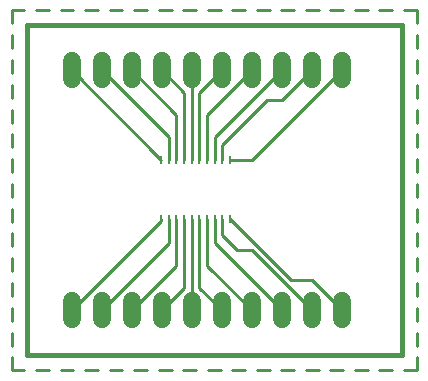
<source format=gtl>
G75*
G70*
%OFA0B0*%
%FSLAX24Y24*%
%IPPOS*%
%LPD*%
%AMOC8*
5,1,8,0,0,1.08239X$1,22.5*
%
%ADD10C,0.0160*%
%ADD11R,0.0080X0.0256*%
%ADD12R,0.0080X0.0257*%
%ADD13C,0.0600*%
%ADD14C,0.0100*%
D10*
X000653Y000651D02*
X013153Y000651D01*
X013153Y011651D01*
X000653Y011651D01*
X000653Y000651D01*
D11*
X005129Y005187D03*
X005385Y005187D03*
X005641Y005187D03*
X005897Y005187D03*
X006409Y005187D03*
X006665Y005187D03*
X006920Y005187D03*
X007176Y005187D03*
X007432Y005187D03*
X007432Y007175D03*
X007176Y007175D03*
X006920Y007175D03*
X006665Y007175D03*
X006409Y007175D03*
X006153Y007175D03*
X005897Y007175D03*
X005641Y007175D03*
X005385Y007175D03*
X005129Y007175D03*
D12*
X006153Y005187D03*
D13*
X006153Y002451D02*
X006153Y001851D01*
X007153Y001851D02*
X007153Y002451D01*
X008153Y002451D02*
X008153Y001851D01*
X009153Y001851D02*
X009153Y002451D01*
X010153Y002451D02*
X010153Y001851D01*
X011153Y001851D02*
X011153Y002451D01*
X005153Y002451D02*
X005153Y001851D01*
X004153Y001851D02*
X004153Y002451D01*
X003153Y002451D02*
X003153Y001851D01*
X002153Y001851D02*
X002153Y002451D01*
X002153Y009851D02*
X002153Y010451D01*
X003153Y010451D02*
X003153Y009851D01*
X004153Y009851D02*
X004153Y010451D01*
X005153Y010451D02*
X005153Y009851D01*
X006153Y009851D02*
X006153Y010451D01*
X007153Y010451D02*
X007153Y009851D01*
X008153Y009851D02*
X008153Y010451D01*
X009153Y010451D02*
X009153Y009851D01*
X010153Y009851D02*
X010153Y010451D01*
X011153Y010451D02*
X011153Y009851D01*
D14*
X000576Y000151D02*
X000153Y000151D01*
X000153Y000152D02*
X000153Y000584D01*
X000153Y000978D02*
X000153Y001411D01*
X000153Y001804D02*
X000153Y002237D01*
X000153Y002631D02*
X000153Y003063D01*
X000153Y003457D02*
X000153Y003889D01*
X000153Y004283D02*
X000153Y004716D01*
X000153Y005109D02*
X000153Y005542D01*
X000153Y005935D02*
X000153Y006368D01*
X000153Y006762D02*
X000153Y007194D01*
X000153Y007588D02*
X000153Y008020D01*
X000153Y008414D02*
X000153Y008847D01*
X000153Y009240D02*
X000153Y009673D01*
X000153Y010067D02*
X000153Y010499D01*
X000153Y010893D02*
X000153Y011325D01*
X000153Y011719D02*
X000153Y012151D01*
X000577Y012151D01*
X000971Y012151D02*
X001394Y012151D01*
X001788Y012151D02*
X002211Y012151D01*
X002605Y012151D02*
X003029Y012151D01*
X003422Y012151D02*
X003846Y012151D01*
X004240Y012151D02*
X004663Y012151D01*
X005057Y012151D02*
X005480Y012151D01*
X005874Y012151D02*
X006298Y012151D01*
X006691Y012151D02*
X007115Y012151D01*
X007509Y012151D02*
X007932Y012151D01*
X008326Y012151D02*
X008749Y012151D01*
X009143Y012151D02*
X009567Y012151D01*
X009960Y012151D02*
X010384Y012151D01*
X010777Y012151D02*
X011201Y012151D01*
X011595Y012151D02*
X012018Y012151D01*
X012412Y012151D02*
X012836Y012151D01*
X013229Y012151D02*
X013653Y012151D01*
X013653Y011719D01*
X013653Y011325D02*
X013653Y010892D01*
X013653Y010499D02*
X013653Y010066D01*
X013653Y009672D02*
X013653Y009240D01*
X013653Y008846D02*
X013653Y008414D01*
X013653Y008020D02*
X013653Y007587D01*
X013653Y007194D02*
X013653Y006761D01*
X013653Y006368D02*
X013653Y005935D01*
X013653Y005541D02*
X013653Y005109D01*
X013653Y004715D02*
X013653Y004283D01*
X013653Y003889D02*
X013653Y003456D01*
X013653Y003063D02*
X013653Y002630D01*
X013653Y002236D02*
X013653Y001804D01*
X013653Y001410D02*
X013653Y000978D01*
X013653Y000584D02*
X013653Y000151D01*
X013652Y000151D02*
X013229Y000151D01*
X012835Y000151D02*
X012411Y000151D01*
X012018Y000151D02*
X011594Y000151D01*
X011200Y000151D02*
X010777Y000151D01*
X010383Y000151D02*
X009960Y000151D01*
X009566Y000151D02*
X009142Y000151D01*
X008749Y000151D02*
X008325Y000151D01*
X007931Y000151D02*
X007508Y000151D01*
X007114Y000151D02*
X006691Y000151D01*
X006297Y000151D02*
X005873Y000151D01*
X005480Y000151D02*
X005056Y000151D01*
X004663Y000151D02*
X004239Y000151D01*
X003845Y000151D02*
X003422Y000151D01*
X003028Y000151D02*
X002604Y000151D01*
X002211Y000151D02*
X001787Y000151D01*
X001394Y000151D02*
X000970Y000151D01*
X002153Y002151D02*
X005129Y005128D01*
X005129Y005187D01*
X005385Y005187D02*
X005385Y004384D01*
X003153Y002151D01*
X004153Y002151D02*
X005641Y003640D01*
X005641Y005187D01*
X005897Y005187D02*
X005897Y002896D01*
X005153Y002151D01*
X006153Y002151D02*
X006153Y005187D01*
X006409Y005187D02*
X006409Y002896D01*
X007153Y002151D01*
X008153Y002151D02*
X006665Y003640D01*
X006665Y005187D01*
X006920Y005187D02*
X006920Y004384D01*
X009153Y002151D01*
X010153Y002151D02*
X008153Y004151D01*
X007653Y004151D01*
X007153Y004651D01*
X007176Y004675D01*
X007176Y005187D01*
X007432Y005187D02*
X009468Y003151D01*
X010153Y003151D01*
X011153Y002151D01*
X008153Y007151D02*
X007456Y007151D01*
X007432Y007175D01*
X007176Y007175D02*
X007153Y007199D01*
X007153Y007651D01*
X008653Y009151D01*
X009153Y009151D01*
X010153Y010151D01*
X010106Y010151D01*
X009153Y010151D02*
X006920Y007919D01*
X006920Y007175D01*
X006665Y007175D02*
X006665Y008663D01*
X008153Y010151D01*
X007153Y010151D02*
X006409Y009407D01*
X006409Y007175D01*
X006153Y007175D02*
X006153Y010151D01*
X005897Y009407D02*
X005897Y007175D01*
X006153Y007175D02*
X006153Y007151D01*
X005641Y007175D02*
X005641Y008663D01*
X004153Y010151D01*
X005153Y010151D02*
X005897Y009407D01*
X005385Y007919D02*
X005385Y007175D01*
X005129Y007175D02*
X002153Y010151D01*
X003153Y010151D02*
X005385Y007919D01*
X008153Y007151D02*
X011153Y010151D01*
M02*

</source>
